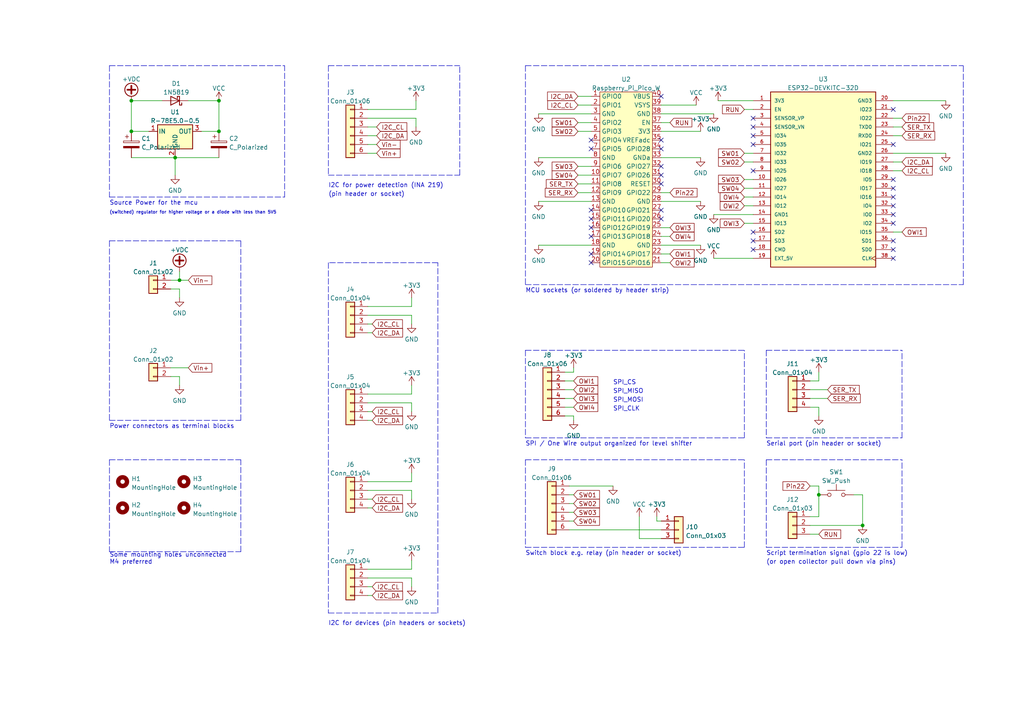
<source format=kicad_sch>
(kicad_sch (version 20211123) (generator eeschema)
  (paper "A4")
  (lib_symbols
    (symbol "Conn_01x02_1" (pin_names (offset 1.016) hide)
      (property "Reference" "J1" (at 0 4.9698 0))
      (property "Value" "Conn_01x02_1" (at 0 2.4329 0))
      (symbol "Conn_01x02_1_1_1"
        (rectangle (start -1.27 -2.413) (end 0 -2.667) (stroke (width 0.1524)))
        (rectangle (start -1.27 0.127) (end 0 -0.127) (stroke (width 0.1524)))
        (rectangle (start -1.27 1.27) (end 1.27 -3.81) (stroke (width 0.254)) (fill (type background)))
        (pin power_out line (at -5.08 0 0) (length 3.81) (name "Pin_1") (number "1"))
        (pin passive line (at -5.08 -2.54 0) (length 3.81) (name "Pin_2") (number "2"))
      )
    )
    (symbol "Connector_Generic:Conn_01x02" (pin_names (offset 1.016) hide)
      (property "Reference" "J" (at 0 2.54 0))
      (property "Value" "Conn_01x02" (at 0 -5.08 0))
      (symbol "Conn_01x02_1_1"
        (rectangle (start -1.27 -2.413) (end 0 -2.667) (stroke (width 0.1524)))
        (rectangle (start -1.27 0.127) (end 0 -0.127) (stroke (width 0.1524)))
        (rectangle (start -1.27 1.27) (end 1.27 -3.81) (stroke (width 0.254)) (fill (type background)))
        (pin passive line (at -5.08 0 0) (length 3.81) (name "Pin_1") (number "1"))
        (pin passive line (at -5.08 -2.54 0) (length 3.81) (name "Pin_2") (number "2"))
      )
    )
    (symbol "Connector_Generic:Conn_01x03" (pin_names (offset 1.016) hide)
      (property "Reference" "J" (at 0 5.08 0))
      (property "Value" "Conn_01x03" (at 0 -5.08 0))
      (symbol "Conn_01x03_1_1"
        (rectangle (start -1.27 -2.413) (end 0 -2.667) (stroke (width 0.1524)))
        (rectangle (start -1.27 0.127) (end 0 -0.127) (stroke (width 0.1524)))
        (rectangle (start -1.27 2.667) (end 0 2.413) (stroke (width 0.1524)))
        (rectangle (start -1.27 3.81) (end 1.27 -3.81) (stroke (width 0.254)) (fill (type background)))
        (pin passive line (at -5.08 2.54 0) (length 3.81) (name "Pin_1") (number "1"))
        (pin passive line (at -5.08 0 0) (length 3.81) (name "Pin_2") (number "2"))
        (pin passive line (at -5.08 -2.54 0) (length 3.81) (name "Pin_3") (number "3"))
      )
    )
    (symbol "Connector_Generic:Conn_01x04" (pin_names (offset 1.016) hide)
      (property "Reference" "J" (at 0 5.08 0))
      (property "Value" "Conn_01x04" (at 0 -7.62 0))
      (symbol "Conn_01x04_1_1"
        (rectangle (start -1.27 -4.953) (end 0 -5.207) (stroke (width 0.1524)))
        (rectangle (start -1.27 -2.413) (end 0 -2.667) (stroke (width 0.1524)))
        (rectangle (start -1.27 0.127) (end 0 -0.127) (stroke (width 0.1524)))
        (rectangle (start -1.27 2.667) (end 0 2.413) (stroke (width 0.1524)))
        (rectangle (start -1.27 3.81) (end 1.27 -6.35) (stroke (width 0.254)) (fill (type background)))
        (pin passive line (at -5.08 2.54 0) (length 3.81) (name "Pin_1") (number "1"))
        (pin passive line (at -5.08 0 0) (length 3.81) (name "Pin_2") (number "2"))
        (pin passive line (at -5.08 -2.54 0) (length 3.81) (name "Pin_3") (number "3"))
        (pin passive line (at -5.08 -5.08 0) (length 3.81) (name "Pin_4") (number "4"))
      )
    )
    (symbol "Connector_Generic:Conn_01x06" (pin_names (offset 1.016) hide)
      (property "Reference" "J" (at 0 7.62 0))
      (property "Value" "Conn_01x06" (at 0 -10.16 0))
      (symbol "Conn_01x06_1_1"
        (rectangle (start -1.27 -7.493) (end 0 -7.747) (stroke (width 0.1524)))
        (rectangle (start -1.27 -4.953) (end 0 -5.207) (stroke (width 0.1524)))
        (rectangle (start -1.27 -2.413) (end 0 -2.667) (stroke (width 0.1524)))
        (rectangle (start -1.27 0.127) (end 0 -0.127) (stroke (width 0.1524)))
        (rectangle (start -1.27 2.667) (end 0 2.413) (stroke (width 0.1524)))
        (rectangle (start -1.27 5.207) (end 0 4.953) (stroke (width 0.1524)))
        (rectangle (start -1.27 6.35) (end 1.27 -8.89) (stroke (width 0.254)) (fill (type background)))
        (pin passive line (at -5.08 5.08 0) (length 3.81) (name "Pin_1") (number "1"))
        (pin passive line (at -5.08 2.54 0) (length 3.81) (name "Pin_2") (number "2"))
        (pin passive line (at -5.08 0 0) (length 3.81) (name "Pin_3") (number "3"))
        (pin passive line (at -5.08 -2.54 0) (length 3.81) (name "Pin_4") (number "4"))
        (pin passive line (at -5.08 -5.08 0) (length 3.81) (name "Pin_5") (number "5"))
        (pin passive line (at -5.08 -7.62 0) (length 3.81) (name "Pin_6") (number "6"))
      )
    )
    (symbol "Device:C_Polarized" (pin_numbers hide) (pin_names (offset 0.254))
      (property "Reference" "C" (at 0.635 2.54 0))
      (property "Value" "C_Polarized" (at 0.635 -2.54 0))
      (symbol "C_Polarized_0_1"
        (rectangle (start -2.286 0.508) (end 2.286 1.016))
        (polyline (pts (xy -1.778 2.286) (xy -0.762 2.286)))
        (polyline (pts (xy -1.27 2.794) (xy -1.27 1.778)))
        (rectangle (start 2.286 -0.508) (end -2.286 -1.016) (fill (type outline)))
      )
      (symbol "C_Polarized_1_1"
        (pin passive line (at 0 3.81 270) (length 2.794) (name "~") (number "1"))
        (pin passive line (at 0 -3.81 90) (length 2.794) (name "~") (number "2"))
      )
    )
    (symbol "Diode:1N5819" (pin_numbers hide) (pin_names (offset 1.016) hide)
      (property "Reference" "D" (at 0 2.54 0))
      (property "Value" "1N5819" (at 0 -2.54 0))
      (symbol "1N5819_0_1"
        (polyline (pts (xy 1.27 0) (xy -1.27 0)))
        (polyline (pts (xy 1.27 1.27) (xy 1.27 -1.27) (xy -1.27 0) (xy 1.27 1.27)) (stroke (width 0.254)))
        (polyline (pts (xy -1.905 0.635) (xy -1.905 1.27) (xy -1.27 1.27) (xy -1.27 -1.27) (xy -0.635 -1.27) (xy -0.635 -0.635)) (stroke (width 0.254)))
      )
      (symbol "1N5819_1_1"
        (pin passive line (at -3.81 0 0) (length 2.54) (name "K") (number "1"))
        (pin passive line (at 3.81 0 180) (length 2.54) (name "A") (number "2"))
      )
    )
    (symbol "Mechanical:MountingHole" (pin_names (offset 1.016))
      (property "Reference" "H" (at 0 5.08 0))
      (property "Value" "MountingHole" (at 0 3.175 0))
      (symbol "MountingHole_0_1"
        (circle (center 0 0) (radius 1.27) (stroke (width 1.27)))
      )
    )
    (symbol "POElib:ESP32-DEVKITC-32D" (pin_names (offset 1.016))
      (property "Reference" "U" (at -15.2572 26.0643 0))
      (property "Value" "ESP32-DEVKITC-32D" (at -15.2563 -27.9698 0))
      (symbol "ESP32-DEVKITC-32D_0_0"
        (rectangle (start -15.24 -25.4) (end 15.24 25.4) (stroke (width 0.254)) (fill (type background)))
        (pin power_in line (at -20.32 22.86 0) (length 5.08) (name "3V3") (number "1"))
        (pin bidirectional line (at -20.32 0 0) (length 5.08) (name "IO26") (number "10"))
        (pin bidirectional line (at -20.32 -2.54 0) (length 5.08) (name "IO27") (number "11"))
        (pin bidirectional line (at -20.32 -5.08 0) (length 5.08) (name "IO14") (number "12"))
        (pin bidirectional line (at -20.32 -7.62 0) (length 5.08) (name "IO12") (number "13"))
        (pin power_in line (at -20.32 -10.16 0) (length 5.08) (name "GND1") (number "14"))
        (pin bidirectional line (at -20.32 -12.7 0) (length 5.08) (name "IO13") (number "15"))
        (pin bidirectional line (at -20.32 -15.24 0) (length 5.08) (name "SD2") (number "16"))
        (pin bidirectional line (at -20.32 -17.78 0) (length 5.08) (name "SD3") (number "17"))
        (pin bidirectional line (at -20.32 -20.32 0) (length 5.08) (name "CMD") (number "18"))
        (pin power_in line (at -20.32 -22.86 0) (length 5.08) (name "EXT_5V") (number "19"))
        (pin input line (at -20.32 20.32 0) (length 5.08) (name "EN") (number "2"))
        (pin power_in line (at 20.32 22.86 180) (length 5.08) (name "GND3") (number "20"))
        (pin bidirectional line (at 20.32 20.32 180) (length 5.08) (name "IO23") (number "21"))
        (pin bidirectional line (at 20.32 17.78 180) (length 5.08) (name "IO22") (number "22"))
        (pin output line (at 20.32 15.24 180) (length 5.08) (name "TXD0") (number "23"))
        (pin input line (at 20.32 12.7 180) (length 5.08) (name "RXD0") (number "24"))
        (pin bidirectional line (at 20.32 10.16 180) (length 5.08) (name "IO21") (number "25"))
        (pin power_in line (at 20.32 7.62 180) (length 5.08) (name "GND2") (number "26"))
        (pin bidirectional line (at 20.32 5.08 180) (length 5.08) (name "IO19") (number "27"))
        (pin bidirectional line (at 20.32 2.54 180) (length 5.08) (name "IO18") (number "28"))
        (pin bidirectional line (at 20.32 0 180) (length 5.08) (name "IO5") (number "29"))
        (pin input line (at -20.32 17.78 0) (length 5.08) (name "SENSOR_VP") (number "3"))
        (pin bidirectional line (at 20.32 -2.54 180) (length 5.08) (name "IO17") (number "30"))
        (pin bidirectional line (at 20.32 -5.08 180) (length 5.08) (name "IO16") (number "31"))
        (pin bidirectional line (at 20.32 -7.62 180) (length 5.08) (name "IO4") (number "32"))
        (pin bidirectional line (at 20.32 -10.16 180) (length 5.08) (name "IO0") (number "33"))
        (pin bidirectional line (at 20.32 -12.7 180) (length 5.08) (name "IO2") (number "34"))
        (pin bidirectional line (at 20.32 -15.24 180) (length 5.08) (name "IO15") (number "35"))
        (pin bidirectional line (at 20.32 -17.78 180) (length 5.08) (name "SD1") (number "36"))
        (pin bidirectional line (at 20.32 -20.32 180) (length 5.08) (name "SD0") (number "37"))
        (pin input clock (at 20.32 -22.86 180) (length 5.08) (name "CLK") (number "38"))
        (pin input line (at -20.32 15.24 0) (length 5.08) (name "SENSOR_VN") (number "4"))
        (pin bidirectional line (at -20.32 12.7 0) (length 5.08) (name "IO34") (number "5"))
        (pin bidirectional line (at -20.32 10.16 0) (length 5.08) (name "IO35") (number "6"))
        (pin bidirectional line (at -20.32 7.62 0) (length 5.08) (name "IO32") (number "7"))
        (pin bidirectional line (at -20.32 5.08 0) (length 5.08) (name "IO33") (number "8"))
        (pin bidirectional line (at -20.32 2.54 0) (length 5.08) (name "IO25") (number "9"))
      )
    )
    (symbol "POElib:Raspberry_Pi_Pico_W"
      (property "Reference" "U" (at -6.35 26.67 0))
      (property "Value" "Raspberry_Pi_Pico_W" (at 2.54 -26.67 0))
      (symbol "Raspberry_Pi_Pico_W_0_1"
        (rectangle (start -7.62 25.4) (end 7.62 -25.4) (stroke (width 0.1524)) (fill (type background)))
      )
      (symbol "Raspberry_Pi_Pico_W_1_1"
        (pin bidirectional line (at -10.16 24.13 0) (length 2.54) (name "GPIO0") (number "1"))
        (pin bidirectional line (at -10.16 1.27 0) (length 2.54) (name "GPIO7") (number "10"))
        (pin bidirectional line (at -10.16 -1.27 0) (length 2.54) (name "GPIO8") (number "11"))
        (pin bidirectional line (at -10.16 -3.81 0) (length 2.54) (name "GPIO9") (number "12"))
        (pin power_in line (at -10.16 -6.35 0) (length 2.54) (name "GND") (number "13"))
        (pin bidirectional line (at -10.16 -8.89 0) (length 2.54) (name "GPIO10") (number "14"))
        (pin bidirectional line (at -10.16 -11.43 0) (length 2.54) (name "GPIO11") (number "15"))
        (pin bidirectional line (at -10.16 -13.97 0) (length 2.54) (name "GPIO12") (number "16"))
        (pin bidirectional line (at -10.16 -16.51 0) (length 2.54) (name "GPIO13") (number "17"))
        (pin power_in line (at -10.16 -19.05 0) (length 2.54) (name "GND") (number "18"))
        (pin bidirectional line (at -10.16 -21.59 0) (length 2.54) (name "GPIO14") (number "19"))
        (pin bidirectional line (at -10.16 21.59 0) (length 2.54) (name "GPIO1") (number "2"))
        (pin bidirectional line (at -10.16 -24.13 0) (length 2.54) (name "GPIO15") (number "20"))
        (pin bidirectional line (at 10.16 -24.13 180) (length 2.54) (name "GPIO16") (number "21"))
        (pin bidirectional line (at 10.16 -21.59 180) (length 2.54) (name "GPIO17") (number "22"))
        (pin power_in line (at 10.16 -19.05 180) (length 2.54) (name "GND") (number "23"))
        (pin bidirectional line (at 10.16 -16.51 180) (length 2.54) (name "GPIO18") (number "24"))
        (pin bidirectional line (at 10.16 -13.97 180) (length 2.54) (name "GPIO19") (number "25"))
        (pin bidirectional line (at 10.16 -11.43 180) (length 2.54) (name "GPIO20") (number "26"))
        (pin bidirectional line (at 10.16 -8.89 180) (length 2.54) (name "GPIO21") (number "27"))
        (pin power_in line (at 10.16 -6.35 180) (length 2.54) (name "GND") (number "28"))
        (pin bidirectional line (at 10.16 -3.81 180) (length 2.54) (name "GPIO22") (number "29"))
        (pin power_in line (at -10.16 19.05 0) (length 2.54) (name "GND") (number "3"))
        (pin input line (at 10.16 -1.27 180) (length 2.54) (name "RESET") (number "30"))
        (pin bidirectional line (at 10.16 1.27 180) (length 2.54) (name "GPIO26") (number "31"))
        (pin bidirectional line (at 10.16 3.81 180) (length 2.54) (name "GPIO27") (number "32"))
        (pin input line (at 10.16 6.35 180) (length 2.54) (name "GNDa") (number "33"))
        (pin bidirectional line (at 10.16 8.89 180) (length 2.54) (name "GPIO28") (number "34"))
        (pin input line (at 10.16 11.43 180) (length 2.54) (name "VREFadc") (number "35"))
        (pin power_out line (at 10.16 13.97 180) (length 2.54) (name "3V3") (number "36"))
        (pin input line (at 10.16 16.51 180) (length 2.54) (name "EN") (number "37"))
        (pin power_out line (at 10.16 19.05 180) (length 2.54) (name "GND") (number "38"))
        (pin power_in line (at 10.16 21.59 180) (length 2.54) (name "VSYS") (number "39"))
        (pin bidirectional line (at -10.16 16.51 0) (length 2.54) (name "GPIO2") (number "4"))
        (pin power_out line (at 10.16 24.13 180) (length 2.54) (name "VBUS") (number "40"))
        (pin bidirectional line (at -10.16 13.97 0) (length 2.54) (name "GPIO3") (number "5"))
        (pin bidirectional line (at -10.16 11.43 0) (length 2.54) (name "GPIO4") (number "6"))
        (pin bidirectional line (at -10.16 8.89 0) (length 2.54) (name "GPIO5") (number "7"))
        (pin power_in line (at -10.16 6.35 0) (length 2.54) (name "GND") (number "8"))
        (pin bidirectional line (at -10.16 3.81 0) (length 2.54) (name "GPIO6") (number "9"))
      )
    )
    (symbol "Regulator_Switching:R-78E5.0-0.5" (pin_names (offset 0.254))
      (property "Reference" "U" (at -3.81 3.175 0))
      (property "Value" "R-78E5.0-0.5" (at 0 3.175 0))
      (symbol "R-78E5.0-0.5_0_1"
        (rectangle (start -5.08 1.905) (end 5.08 -5.08) (stroke (width 0.254)) (fill (type background)))
      )
      (symbol "R-78E5.0-0.5_1_1"
        (pin power_in line (at -7.62 0 0) (length 2.54) (name "IN") (number "1"))
        (pin power_in line (at 0 -7.62 90) (length 2.54) (name "GND") (number "2"))
        (pin power_out line (at 7.62 0 180) (length 2.54) (name "OUT") (number "3"))
      )
    )
    (symbol "Switch:SW_Push" (pin_numbers hide) (pin_names (offset 1.016) hide)
      (property "Reference" "SW" (at 1.27 2.54 0))
      (property "Value" "SW_Push" (at 0 -1.524 0))
      (symbol "SW_Push_0_1"
        (circle (center -2.032 0) (radius 0.508))
        (polyline (pts (xy 0 1.27) (xy 0 3.048)))
        (polyline (pts (xy 2.54 1.27) (xy -2.54 1.27)))
        (circle (center 2.032 0) (radius 0.508))
        (pin passive line (at -5.08 0 0) (length 2.54) (name "1") (number "1"))
        (pin passive line (at 5.08 0 180) (length 2.54) (name "2") (number "2"))
      )
    )
    (symbol "power:+3V3" (power) (pin_names (offset 0))
      (property "Value" "+3V3" (at 0 3.556 0))
      (symbol "+3V3_0_1"
        (polyline (pts (xy -0.762 1.27) (xy 0 2.54)))
        (polyline (pts (xy 0 0) (xy 0 2.54)))
        (polyline (pts (xy 0 2.54) (xy 0.762 1.27)))
      )
      (symbol "+3V3_1_1"
        (pin power_in line (at 0 0 90) (length 0) hide (name "+3V3") (number "1"))
      )
    )
    (symbol "power:+VDC" (power) (pin_names (offset 0))
      (property "Value" "+VDC" (at 0 6.35 0))
      (symbol "+VDC_0_1"
        (polyline (pts (xy -1.143 3.175) (xy 1.143 3.175)) (stroke (width 0.508)))
        (polyline (pts (xy 0 0) (xy 0 1.27)))
        (polyline (pts (xy 0 2.032) (xy 0 4.318)) (stroke (width 0.508)))
        (circle (center 0 3.175) (radius 1.905) (stroke (width 0.254)))
      )
      (symbol "+VDC_1_1"
        (pin power_in line (at 0 0 90) (length 0) hide (name "+VDC") (number "1"))
      )
    )
    (symbol "power:GND" (power) (pin_names (offset 0))
      (property "Value" "GND" (at 0 -3.81 0))
      (symbol "GND_0_1"
        (polyline (pts (xy 0 0) (xy 0 -1.27) (xy 1.27 -1.27) (xy 0 -2.54) (xy -1.27 -1.27) (xy 0 -1.27)))
      )
      (symbol "GND_1_1"
        (pin power_in line (at 0 0 270) (length 0) hide (name "GND") (number "1"))
      )
    )
    (symbol "power:VCC" (power) (pin_names (offset 0))
      (property "Value" "VCC" (at 0 3.81 0))
      (symbol "VCC_0_1"
        (polyline (pts (xy -0.762 1.27) (xy 0 2.54)))
        (polyline (pts (xy 0 0) (xy 0 2.54)))
        (polyline (pts (xy 0 2.54) (xy 0.762 1.27)))
      )
      (symbol "VCC_1_1"
        (pin power_in line (at 0 0 90) (length 0) hide (name "VCC") (number "1"))
      )
    )
  )
  (junction (at 38.1 29.21))
  (junction (at 63.5 29.21))
  (junction (at 63.5 38.1))
  (junction (at 52.07 81.28))
  (junction (at 38.1 38.1))
  (junction (at 237.49 143.51))
  (junction (at 50.8 45.72))
  (junction (at 250.19 152.4))
  (no_connect (at 259.08 59.69))
  (no_connect (at 171.45 63.5))
  (no_connect (at 259.08 72.39))
  (no_connect (at 259.08 62.23))
  (no_connect (at 259.08 74.93))
  (no_connect (at 218.44 49.53))
  (no_connect (at 191.77 27.94))
  (no_connect (at 218.44 67.31))
  (no_connect (at 191.77 63.5))
  (no_connect (at 218.44 72.39))
  (no_connect (at 218.44 36.83))
  (no_connect (at 191.77 48.26))
  (no_connect (at 171.45 40.64))
  (no_connect (at 259.08 54.61))
  (no_connect (at 218.44 69.85))
  (no_connect (at 259.08 41.91))
  (no_connect (at 171.45 43.18))
  (no_connect (at 191.77 43.18))
  (no_connect (at 218.44 34.29))
  (no_connect (at 191.77 60.96))
  (no_connect (at 171.45 73.66))
  (no_connect (at 259.08 52.07))
  (no_connect (at 191.77 50.8))
  (no_connect (at 191.77 40.64))
  (no_connect (at 259.08 31.75))
  (no_connect (at 218.44 39.37))
  (no_connect (at 259.08 69.85))
  (no_connect (at 171.45 68.58))
  (no_connect (at 171.45 60.96))
  (no_connect (at 218.44 41.91))
  (no_connect (at 171.45 66.04))
  (no_connect (at 191.77 53.34))
  (no_connect (at 259.08 64.77))
  (no_connect (at 259.08 57.15))
  (no_connect (at 171.45 76.2))
  (polyline (pts (xy 222.25 133.35) (xy 222.25 158.75)))
  (polyline (pts (xy 152.4 133.35) (xy 152.4 158.75)))
  (wire (pts (xy 163.83 107.95) (xy 166.37 107.95)))
  (wire (pts (xy 166.37 107.95) (xy 166.37 106.68)))
  (wire (pts (xy 106.68 39.37) (xy 109.22 39.37)))
  (wire (pts (xy 119.38 114.3) (xy 119.38 111.76)))
  (wire (pts (xy 49.53 81.28) (xy 52.07 81.28)))
  (polyline (pts (xy 31.75 69.85) (xy 31.75 121.92)))
  (wire (pts (xy 191.77 38.1) (xy 203.2 38.1)))
  (wire (pts (xy 259.08 29.21) (xy 274.32 29.21)))
  (polyline (pts (xy 133.35 50.8) (xy 133.35 19.05)))
  (wire (pts (xy 156.21 45.72) (xy 171.45 45.72)))
  (wire (pts (xy 106.68 31.75) (xy 120.65 31.75)))
  (polyline (pts (xy 31.75 121.92) (xy 69.85 121.92)))
  (wire (pts (xy 237.49 107.95) (xy 237.49 110.49)))
  (polyline (pts (xy 152.4 19.05) (xy 152.4 82.55)))
  (wire (pts (xy 106.68 142.24) (xy 119.38 142.24)))
  (polyline (pts (xy 222.25 133.35) (xy 261.62 133.35)))
  (wire (pts (xy 190.5 151.13) (xy 191.77 151.13)))
  (wire (pts (xy 191.77 58.42) (xy 203.2 58.42)))
  (wire (pts (xy 259.08 44.45) (xy 274.32 44.45)))
  (wire (pts (xy 106.68 34.29) (xy 120.65 34.29)))
  (polyline (pts (xy 222.25 101.6) (xy 261.62 101.6)))
  (wire (pts (xy 237.49 110.49) (xy 234.95 110.49)))
  (wire (pts (xy 237.49 140.97) (xy 237.49 143.51)))
  (wire (pts (xy 106.68 139.7) (xy 119.38 139.7)))
  (wire (pts (xy 215.9 31.75) (xy 218.44 31.75)))
  (polyline (pts (xy 95.25 76.2) (xy 95.25 177.8)))
  (wire (pts (xy 167.64 38.1) (xy 171.45 38.1)))
  (wire (pts (xy 165.1 151.13) (xy 166.37 151.13)))
  (wire (pts (xy 215.9 44.45) (xy 218.44 44.45)))
  (wire (pts (xy 167.64 55.88) (xy 171.45 55.88)))
  (wire (pts (xy 237.49 120.65) (xy 237.49 118.11)))
  (wire (pts (xy 156.21 33.02) (xy 171.45 33.02)))
  (wire (pts (xy 119.38 139.7) (xy 119.38 137.16)))
  (polyline (pts (xy 152.4 127) (xy 215.9 127)))
  (polyline (pts (xy 31.75 133.35) (xy 69.85 133.35)))
  (wire (pts (xy 208.28 29.21) (xy 218.44 29.21)))
  (wire (pts (xy 52.07 109.22) (xy 52.07 111.76)))
  (wire (pts (xy 119.38 167.64) (xy 119.38 170.18)))
  (wire (pts (xy 259.08 34.29) (xy 261.62 34.29)))
  (wire (pts (xy 163.83 113.03) (xy 166.37 113.03)))
  (wire (pts (xy 119.38 165.1) (xy 119.38 162.56)))
  (polyline (pts (xy 152.4 82.55) (xy 279.4 82.55)))
  (wire (pts (xy 49.53 83.82) (xy 52.07 83.82)))
  (polyline (pts (xy 95.25 19.05) (xy 95.25 50.8)))
  (wire (pts (xy 234.95 154.94) (xy 237.49 154.94)))
  (wire (pts (xy 207.01 74.93) (xy 218.44 74.93)))
  (wire (pts (xy 191.77 33.02) (xy 207.01 33.02)))
  (wire (pts (xy 120.65 34.29) (xy 120.65 36.83)))
  (polyline (pts (xy 82.55 57.15) (xy 82.55 19.05)))
  (polyline (pts (xy 31.75 57.15) (xy 82.55 57.15)) (stroke (width 0) (type dash)))
  (wire (pts (xy 191.77 68.58) (xy 194.31 68.58)))
  (wire (pts (xy 234.95 113.03) (xy 240.03 113.03)))
  (wire (pts (xy 167.64 50.8) (xy 171.45 50.8)))
  (wire (pts (xy 106.68 172.72) (xy 107.95 172.72)))
  (wire (pts (xy 50.8 45.72) (xy 63.5 45.72)))
  (polyline (pts (xy 31.75 133.35) (xy 31.75 160.02)))
  (wire (pts (xy 191.77 45.72) (xy 203.2 45.72)))
  (wire (pts (xy 106.68 167.64) (xy 119.38 167.64)))
  (wire (pts (xy 106.68 93.98) (xy 107.95 93.98)))
  (wire (pts (xy 106.68 41.91) (xy 109.22 41.91)))
  (wire (pts (xy 106.68 119.38) (xy 107.95 119.38)))
  (wire (pts (xy 237.49 118.11) (xy 234.95 118.11)))
  (wire (pts (xy 163.83 115.57) (xy 166.37 115.57)))
  (wire (pts (xy 38.1 45.72) (xy 50.8 45.72)))
  (wire (pts (xy 106.68 91.44) (xy 119.38 91.44)))
  (polyline (pts (xy 215.9 127) (xy 215.9 101.6)))
  (wire (pts (xy 106.68 36.83) (xy 109.22 36.83)))
  (wire (pts (xy 106.68 170.18) (xy 107.95 170.18)))
  (wire (pts (xy 185.42 156.21) (xy 191.77 156.21)))
  (polyline (pts (xy 222.25 158.75) (xy 261.62 158.75)))
  (wire (pts (xy 215.9 57.15) (xy 218.44 57.15)))
  (wire (pts (xy 215.9 46.99) (xy 218.44 46.99)))
  (wire (pts (xy 163.83 120.65) (xy 166.37 120.65)))
  (polyline (pts (xy 95.25 177.8) (xy 127 177.8)))
  (wire (pts (xy 49.53 109.22) (xy 52.07 109.22)))
  (wire (pts (xy 52.07 83.82) (xy 52.07 86.36)))
  (wire (pts (xy 237.49 140.97) (xy 234.95 140.97)))
  (wire (pts (xy 259.08 46.99) (xy 261.62 46.99)))
  (wire (pts (xy 215.9 59.69) (xy 218.44 59.69)))
  (polyline (pts (xy 222.25 127) (xy 261.62 127)))
  (polyline (pts (xy 127 76.2) (xy 95.25 76.2)))
  (polyline (pts (xy 69.85 121.92) (xy 69.85 69.85)))
  (wire (pts (xy 106.68 88.9) (xy 119.38 88.9)))
  (wire (pts (xy 163.83 110.49) (xy 166.37 110.49)))
  (wire (pts (xy 191.77 73.66) (xy 194.31 73.66)))
  (wire (pts (xy 165.1 148.59) (xy 166.37 148.59)))
  (wire (pts (xy 237.49 149.86) (xy 237.49 143.51)))
  (wire (pts (xy 215.9 64.77) (xy 218.44 64.77)))
  (wire (pts (xy 191.77 35.56) (xy 194.31 35.56)))
  (wire (pts (xy 167.64 48.26) (xy 171.45 48.26)))
  (wire (pts (xy 165.1 146.05) (xy 166.37 146.05)))
  (wire (pts (xy 58.42 38.1) (xy 63.5 38.1)))
  (wire (pts (xy 38.1 29.21) (xy 46.99 29.21)))
  (wire (pts (xy 106.68 121.92) (xy 107.95 121.92)))
  (wire (pts (xy 166.37 120.65) (xy 166.37 121.92)))
  (wire (pts (xy 190.5 149.86) (xy 190.5 151.13)))
  (wire (pts (xy 191.77 76.2) (xy 194.31 76.2)))
  (polyline (pts (xy 279.4 82.55) (xy 279.4 19.05)))
  (wire (pts (xy 52.07 81.28) (xy 54.61 81.28)))
  (wire (pts (xy 52.07 78.74) (xy 52.07 81.28)))
  (wire (pts (xy 38.1 29.21) (xy 38.1 38.1)))
  (polyline (pts (xy 95.25 19.05) (xy 133.35 19.05)))
  (wire (pts (xy 163.83 118.11) (xy 166.37 118.11)))
  (wire (pts (xy 119.38 142.24) (xy 119.38 144.78)))
  (wire (pts (xy 165.1 153.67) (xy 191.77 153.67)))
  (wire (pts (xy 106.68 114.3) (xy 119.38 114.3)))
  (polyline (pts (xy 31.75 19.05) (xy 31.75 57.15)))
  (wire (pts (xy 250.19 143.51) (xy 250.19 152.4)))
  (wire (pts (xy 106.68 44.45) (xy 109.22 44.45)))
  (polyline (pts (xy 152.4 101.6) (xy 152.4 127)))
  (wire (pts (xy 156.21 71.12) (xy 171.45 71.12)))
  (wire (pts (xy 191.77 71.12) (xy 203.2 71.12)))
  (wire (pts (xy 234.95 115.57) (xy 240.03 115.57)))
  (polyline (pts (xy 152.4 19.05) (xy 279.4 19.05)))
  (wire (pts (xy 259.08 49.53) (xy 261.62 49.53)))
  (polyline (pts (xy 31.75 160.02) (xy 69.85 160.02)))
  (wire (pts (xy 215.9 54.61) (xy 218.44 54.61)))
  (wire (pts (xy 259.08 36.83) (xy 261.62 36.83)))
  (wire (pts (xy 106.68 96.52) (xy 107.95 96.52)))
  (wire (pts (xy 106.68 144.78) (xy 107.95 144.78)))
  (polyline (pts (xy 69.85 160.02) (xy 69.85 133.35)))
  (polyline (pts (xy 31.75 19.05) (xy 82.55 19.05)))
  (wire (pts (xy 207.01 62.23) (xy 218.44 62.23)))
  (wire (pts (xy 247.65 143.51) (xy 250.19 143.51)))
  (wire (pts (xy 185.42 149.86) (xy 185.42 156.21)))
  (wire (pts (xy 63.5 29.21) (xy 63.5 38.1)))
  (polyline (pts (xy 152.4 158.75) (xy 215.9 158.75)))
  (wire (pts (xy 215.9 52.07) (xy 218.44 52.07)))
  (wire (pts (xy 156.21 58.42) (xy 171.45 58.42)))
  (wire (pts (xy 167.64 30.48) (xy 171.45 30.48)))
  (wire (pts (xy 167.64 35.56) (xy 171.45 35.56)))
  (wire (pts (xy 167.64 53.34) (xy 171.45 53.34)))
  (polyline (pts (xy 222.25 101.6) (xy 222.25 127)))
  (polyline (pts (xy 95.25 50.8) (xy 133.35 50.8)))
  (wire (pts (xy 191.77 66.04) (xy 194.31 66.04)))
  (wire (pts (xy 259.08 67.31) (xy 261.62 67.31)))
  (wire (pts (xy 191.77 55.88) (xy 194.31 55.88)))
  (wire (pts (xy 38.1 38.1) (xy 43.18 38.1)))
  (wire (pts (xy 191.77 30.48) (xy 201.93 30.48)))
  (wire (pts (xy 49.53 106.68) (xy 54.61 106.68)))
  (wire (pts (xy 119.38 116.84) (xy 119.38 119.38)))
  (polyline (pts (xy 152.4 133.35) (xy 215.9 133.35)))
  (polyline (pts (xy 127 177.8) (xy 127 76.2)))
  (polyline (pts (xy 215.9 158.75) (xy 215.9 133.35)))
  (wire (pts (xy 165.1 143.51) (xy 166.37 143.51)))
  (wire (pts (xy 167.64 27.94) (xy 171.45 27.94)))
  (polyline (pts (xy 31.75 69.85) (xy 69.85 69.85)))
  (polyline (pts (xy 261.62 158.75) (xy 261.62 133.35)))
  (wire (pts (xy 165.1 140.97) (xy 177.8 140.97)))
  (wire (pts (xy 234.95 152.4) (xy 250.19 152.4)))
  (wire (pts (xy 54.61 29.21) (xy 63.5 29.21)))
  (wire (pts (xy 106.68 147.32) (xy 107.95 147.32)))
  (wire (pts (xy 120.65 31.75) (xy 120.65 29.21)))
  (wire (pts (xy 106.68 116.84) (xy 119.38 116.84)))
  (wire (pts (xy 119.38 91.44) (xy 119.38 93.98)))
  (wire (pts (xy 119.38 88.9) (xy 119.38 86.36)))
  (wire (pts (xy 50.8 45.72) (xy 50.8 50.8)))
  (wire (pts (xy 106.68 165.1) (xy 119.38 165.1)))
  (polyline (pts (xy 261.62 127) (xy 261.62 101.6)))
  (polyline (pts (xy 152.4 101.6) (xy 215.9 101.6)))
  (wire (pts (xy 259.08 39.37) (xy 261.62 39.37)))
  (wire (pts (xy 234.95 149.86) (xy 237.49 149.86)))
  (text "MCU sockets (or soldered by header strip)" (at 152.4 85.09 0) (effects (font (size 1.27 1.27)) (justify left bottom)))
  (text "SPI_CS" (at 177.8 111.76 0) (effects (font (size 1.27 1.27)) (justify left bottom)))
  (text "SPI_MOSI" (at 177.8 116.84 0) (effects (font (size 1.27 1.27)) (justify left bottom)))
  (text "(or open collector pull down via pins)" (at 222.25 163.83 0) (effects (font (size 1.27 1.27)) (justify left bottom)))
  (text "I2C for devices (pin headers or sockets)" (at 95.25 181.61 0) (effects (font (size 1.27 1.27)) (justify left bottom)))
  (text "Script termination signal (gpio 22 is low)" (at 222.25 161.29 0) (effects (font (size 1.27 1.27)) (justify left bottom)))
  (text "Serial port (pin header or socket)" (at 222.25 129.54 0) (effects (font (size 1.27 1.27)) (justify left bottom)))
  (text "Power connectors as terminal blocks" (at 31.75 124.46 0) (effects (font (size 1.27 1.27)) (justify left bottom)))
  (text "Some mounting holes unconnected\nM4 preferred" (at 31.75 163.83 0) (effects (font (size 1.27 1.27)) (justify left bottom)))
  (text "I2C for power detection (INA 219)" (at 95.25 54.61 0) (effects (font (size 1.27 1.27)) (justify left bottom)))
  (text "Source Power for the mcu " (at 31.75 59.69 0) (effects (font (size 1.27 1.27)) (justify left bottom)))
  (text "Switch block e.g. relay (pin header or socket)" (at 152.4 161.29 0) (effects (font (size 1.27 1.27)) (justify left bottom)))
  (text "(pin header or socket)" (at 95.25 57.15 0) (effects (font (size 1.27 1.27)) (justify left bottom)))
  (text "SPI_MISO" (at 177.8 114.3 0) (effects (font (size 1.27 1.27)) (justify left bottom)))
  (text "(switched) regulator for higher voltage or a diode with less than 5V5" (at 31.75 62.23 0) (effects (font (size 0.9 0.9)) (justify left bottom)))
  (text "SPI_CLK" (at 177.8 119.38 0) (effects (font (size 1.27 1.27)) (justify left bottom)))
  (text "SPI / One Wire output organized for level shifter" (at 152.4 129.54 0) (effects (font (size 1.27 1.27)) (justify left bottom)))
  (global_label "I2C_DA" (shape input) (at 109.22 39.37 0) (property "Intersheet References" "${INTERSHEET_REFS}" (effects hide)))
  (global_label "SW03" (shape input) (at 167.64 48.26 180) (property "Intersheet References" "${INTERSHEET_REFS}" (effects hide)))
  (global_label "I2C_CL" (shape input) (at 107.95 170.18 0) (property "Intersheet References" "${INTERSHEET_REFS}" (effects hide)))
  (global_label "OWI3" (shape input) (at 194.31 66.04 0) (property "Intersheet References" "${INTERSHEET_REFS}" (effects hide)))
  (global_label "SW02" (shape input) (at 215.9 46.99 180) (property "Intersheet References" "${INTERSHEET_REFS}" (effects hide)))
  (global_label "OWI1" (shape input) (at 261.62 67.31 0) (property "Intersheet References" "${INTERSHEET_REFS}" (effects hide)))
  (global_label "OWI4" (shape input) (at 166.37 118.11 0) (property "Intersheet References" "${INTERSHEET_REFS}" (effects hide)))
  (global_label "SW04" (shape input) (at 215.9 54.61 180) (property "Intersheet References" "${INTERSHEET_REFS}" (effects hide)))
  (global_label "SW03" (shape input) (at 215.9 52.07 180) (property "Intersheet References" "${INTERSHEET_REFS}" (effects hide)))
  (global_label "RUN" (shape input) (at 237.49 154.94 0) (property "Intersheet References" "${INTERSHEET_REFS}" (effects hide)))
  (global_label "OWI2" (shape input) (at 215.9 59.69 180) (property "Intersheet References" "${INTERSHEET_REFS}" (effects hide)))
  (global_label "OWI2" (shape input) (at 166.37 113.03 0) (property "Intersheet References" "${INTERSHEET_REFS}" (effects hide)))
  (global_label "I2C_CL" (shape input) (at 109.22 36.83 0) (property "Intersheet References" "${INTERSHEET_REFS}" (effects hide)))
  (global_label "SER_TX" (shape input) (at 167.64 53.34 180) (property "Intersheet References" "${INTERSHEET_REFS}" (effects hide)))
  (global_label "OWI4" (shape input) (at 215.9 57.15 180) (property "Intersheet References" "${INTERSHEET_REFS}" (effects hide)))
  (global_label "RUN" (shape input) (at 194.31 35.56 0) (property "Intersheet References" "${INTERSHEET_REFS}" (effects hide)))
  (global_label "SER_RX" (shape input) (at 240.03 115.57 0) (property "Intersheet References" "${INTERSHEET_REFS}" (effects hide)))
  (global_label "I2C_CL" (shape input) (at 167.64 30.48 180) (property "Intersheet References" "${INTERSHEET_REFS}" (effects hide)))
  (global_label "SW01" (shape input) (at 167.64 35.56 180) (property "Intersheet References" "${INTERSHEET_REFS}" (effects hide)))
  (global_label "Vin+" (shape input) (at 54.61 106.68 0) (property "Intersheet References" "${INTERSHEET_REFS}" (effects hide)))
  (global_label "Pin22" (shape input) (at 261.62 34.29 0) (property "Intersheet References" "${INTERSHEET_REFS}" (effects hide)))
  (global_label "OWI3" (shape input) (at 215.9 64.77 180) (property "Intersheet References" "${INTERSHEET_REFS}" (effects hide)))
  (global_label "I2C_CL" (shape input) (at 107.95 93.98 0) (property "Intersheet References" "${INTERSHEET_REFS}" (effects hide)))
  (global_label "OWI2" (shape input) (at 194.31 76.2 0) (property "Intersheet References" "${INTERSHEET_REFS}" (effects hide)))
  (global_label "Pin22" (shape input) (at 194.31 55.88 0) (property "Intersheet References" "${INTERSHEET_REFS}" (effects hide)))
  (global_label "SER_RX" (shape input) (at 167.64 55.88 180) (property "Intersheet References" "${INTERSHEET_REFS}" (effects hide)))
  (global_label "I2C_DA" (shape input) (at 107.95 121.92 0) (property "Intersheet References" "${INTERSHEET_REFS}" (effects hide)))
  (global_label "SER_TX" (shape input) (at 261.62 36.83 0) (property "Intersheet References" "${INTERSHEET_REFS}" (effects hide)))
  (global_label "SW01" (shape input) (at 166.37 143.51 0) (property "Intersheet References" "${INTERSHEET_REFS}" (effects hide)))
  (global_label "Vin-" (shape input) (at 109.22 41.91 0) (property "Intersheet References" "${INTERSHEET_REFS}" (effects hide)))
  (global_label "SW03" (shape input) (at 166.37 148.59 0) (property "Intersheet References" "${INTERSHEET_REFS}" (effects hide)))
  (global_label "OWI1" (shape input) (at 166.37 110.49 0) (property "Intersheet References" "${INTERSHEET_REFS}" (effects hide)))
  (global_label "RUN" (shape input) (at 215.9 31.75 180) (property "Intersheet References" "${INTERSHEET_REFS}" (effects hide)))
  (global_label "SER_TX" (shape input) (at 240.03 113.03 0) (property "Intersheet References" "${INTERSHEET_REFS}" (effects hide)))
  (global_label "OWI3" (shape input) (at 166.37 115.57 0) (property "Intersheet References" "${INTERSHEET_REFS}" (effects hide)))
  (global_label "SW04" (shape input) (at 166.37 151.13 0) (property "Intersheet References" "${INTERSHEET_REFS}" (effects hide)))
  (global_label "I2C_DA" (shape input) (at 107.95 172.72 0) (property "Intersheet References" "${INTERSHEET_REFS}" (effects hide)))
  (global_label "I2C_DA" (shape input) (at 107.95 147.32 0) (property "Intersheet References" "${INTERSHEET_REFS}" (effects hide)))
  (global_label "I2C_DA" (shape input) (at 261.62 46.99 0) (property "Intersheet References" "${INTERSHEET_REFS}" (effects hide)))
  (global_label "I2C_CL" (shape input) (at 107.95 119.38 0) (property "Intersheet References" "${INTERSHEET_REFS}" (effects hide)))
  (global_label "Vin+" (shape input) (at 109.22 44.45 0) (property "Intersheet References" "${INTERSHEET_REFS}" (effects hide)))
  (global_label "SW04" (shape input) (at 167.64 50.8 180) (property "Intersheet References" "${INTERSHEET_REFS}" (effects hide)))
  (global_label "I2C_DA" (shape input) (at 167.64 27.94 180) (property "Intersheet References" "${INTERSHEET_REFS}" (effects hide)))
  (global_label "I2C_DA" (shape input) (at 107.95 96.52 0) (property "Intersheet References" "${INTERSHEET_REFS}" (effects hide)))
  (global_label "I2C_CL" (shape input) (at 107.95 144.78 0) (property "Intersheet References" "${INTERSHEET_REFS}" (effects hide)))
  (global_label "SER_RX" (shape input) (at 261.62 39.37 0) (property "Intersheet References" "${INTERSHEET_REFS}" (effects hide)))
  (global_label "OWI1" (shape input) (at 194.31 73.66 0) (property "Intersheet References" "${INTERSHEET_REFS}" (effects hide)))
  (global_label "Vin-" (shape input) (at 54.61 81.28 0) (property "Intersheet References" "${INTERSHEET_REFS}" (effects hide)))
  (global_label "SW02" (shape input) (at 167.64 38.1 180) (property "Intersheet References" "${INTERSHEET_REFS}" (effects hide)))
  (global_label "SW02" (shape input) (at 166.37 146.05 0) (property "Intersheet References" "${INTERSHEET_REFS}" (effects hide)))
  (global_label "Pin22" (shape input) (at 234.95 140.97 180) (property "Intersheet References" "${INTERSHEET_REFS}" (effects hide)))
  (global_label "I2C_CL" (shape input) (at 261.62 49.53 0) (property "Intersheet References" "${INTERSHEET_REFS}" (effects hide)))
  (global_label "SW01" (shape input) (at 215.9 44.45 180) (property "Intersheet References" "${INTERSHEET_REFS}" (effects hide)))
  (global_label "OWI4" (shape input) (at 194.31 68.58 0) (property "Intersheet References" "${INTERSHEET_REFS}" (effects hide)))
  (symbol (lib_id "power:GND") (at 119.38 144.78 0) (unit 1)
    (property "Reference" "#PWR012" (effects hide))
    (property "Value" "GND" (at 119.38 149.2234 0))
  )
  (symbol (lib_id "power:GND") (at 203.2 71.12 0) (unit 1)
    (property "Reference" "#PWR030" (effects hide))
    (property "Value" "GND" (at 203.2 75.5634 0))
  )
  (symbol (lib_id "power:+3V3") (at 166.37 106.68 0) (unit 1)
    (property "Reference" "#PWR021" (effects hide))
    (property "Value" "+3V3" (at 166.37 103.1042 0))
  )
  (symbol (lib_id "Mechanical:MountingHole") (at 53.34 147.32 0) (unit 1)
    (property "Reference" "H4" (at 55.88 146.4853 0) (effects (justify left)))
    (property "Value" "MountingHole" (at 55.88 149.0222 0) (effects (justify left)))
    (property "Footprint" "MountingHole:MountingHole_4.3mm_M4" (effects hide))
  )
  (symbol (lib_id "Connector_Generic:Conn_01x04") (at 101.6 116.84 0) (mirror y) (unit 1)
    (property "Reference" "J5" (at 101.6 109.3302 0))
    (property "Value" "Conn_01x04" (at 101.6 111.8671 0))
    (property "Footprint" "Connector_PinSocket_2.54mm:PinSocket_1x04_P2.54mm_Vertical" (effects hide))
  )
  (symbol (lib_id "Mechanical:MountingHole") (at 53.34 139.7 0) (unit 1)
    (property "Reference" "H3" (at 55.88 138.8653 0) (effects (justify left)))
    (property "Value" "MountingHole" (at 55.88 141.4022 0) (effects (justify left)))
    (property "Footprint" "MountingHole:MountingHole_4.3mm_M4" (effects hide))
  )
  (symbol (lib_id "power:GND") (at 119.38 119.38 0) (unit 1)
    (property "Reference" "#PWR010" (effects hide))
    (property "Value" "GND" (at 119.38 123.8234 0))
  )
  (symbol (lib_id "power:GND") (at 50.8 50.8 0) (unit 1)
    (property "Reference" "#PWR02" (effects hide))
    (property "Value" "GND" (at 50.8 55.2434 0))
  )
  (symbol (lib_id "power:+3V3") (at 119.38 137.16 0) (unit 1)
    (property "Reference" "#PWR011" (effects hide))
    (property "Value" "+3V3" (at 119.38 133.5842 0))
  )
  (symbol (lib_id "power:GND") (at 207.01 33.02 0) (unit 1)
    (property "Reference" "#PWR031" (effects hide))
    (property "Value" "GND" (at 207.01 37.4634 0))
  )
  (symbol (lib_id "Connector_Generic:Conn_01x04") (at 229.87 113.03 0) (mirror y) (unit 1)
    (property "Reference" "J11" (at 229.87 105.5202 0))
    (property "Value" "Conn_01x04" (at 229.87 108.0571 0))
    (property "Footprint" "Connector_PinSocket_2.54mm:PinSocket_1x04_P2.54mm_Vertical" (effects hide))
  )
  (symbol (lib_id "power:GND") (at 52.07 111.76 0) (unit 1)
    (property "Reference" "#PWR05" (effects hide))
    (property "Value" "GND" (at 52.07 116.2034 0))
  )
  (symbol (lib_id "Connector_Generic:Conn_01x02") (at 44.45 106.68 0) (mirror y) (unit 1)
    (property "Reference" "J2" (at 44.45 101.7102 0))
    (property "Value" "Conn_01x02" (at 44.45 104.2471 0))
    (property "Footprint" "TerminalBlock_Phoenix:TerminalBlock_Phoenix_MKDS-1,5-2-5.08_1x02_P5.08mm_Horizontal" (effects hide))
  )
  (symbol (lib_id "power:+3V3") (at 120.65 29.21 0) (unit 1)
    (property "Reference" "#PWR015" (effects hide))
    (property "Value" "+3V3" (at 120.65 25.6342 0))
  )
  (symbol (lib_id "power:+3V3") (at 119.38 111.76 0) (unit 1)
    (property "Reference" "#PWR09" (effects hide))
    (property "Value" "+3V3" (at 119.38 108.1842 0))
  )
  (symbol (lib_id "Mechanical:MountingHole") (at 35.56 147.32 0) (unit 1)
    (property "Reference" "H2" (at 38.1 146.4853 0) (effects (justify left)))
    (property "Value" "MountingHole" (at 38.1 149.0222 0) (effects (justify left)))
    (property "Footprint" "MountingHole:MountingHole_4.3mm_M4" (effects hide))
  )
  (symbol (lib_id "power:GND") (at 156.21 58.42 0) (unit 1)
    (property "Reference" "#PWR019" (effects hide))
    (property "Value" "GND" (at 156.21 62.8634 0))
  )
  (symbol (lib_id "power:+VDC") (at 38.1 29.21 0) (unit 1)
    (property "Reference" "#PWR01" (effects hide))
    (property "Value" "+VDC" (at 38.1 22.9672 0))
  )
  (symbol (lib_id "Regulator_Switching:R-78E5.0-0.5") (at 50.8 38.1 0) (unit 1)
    (property "Reference" "U1" (at 50.8 32.4952 0))
    (property "Value" "R-78E5.0-0.5" (at 50.8 35.0321 0))
    (property "Footprint" "Converter_DCDC:Converter_DCDC_RECOM_R-78E-0.5_THT" (effects hide))
    (property "Datasheet" "https://www.recom-power.com/pdf/Innoline/R-78Exx-0.5.pdf" (effects hide))
  )
  (symbol (lib_id "power:GND") (at 274.32 44.45 0) (unit 1)
    (property "Reference" "#PWR039" (effects hide))
    (property "Value" "GND" (at 274.32 48.8934 0))
  )
  (symbol (lib_id "power:+3V3") (at 203.2 38.1 0) (unit 1)
    (property "Reference" "#PWR027" (effects hide))
    (property "Value" "+3V3" (at 203.2 34.5242 0))
  )
  (symbol (lib_id "power:GND") (at 250.19 152.4 0) (unit 1)
    (property "Reference" "#PWR037" (effects hide))
    (property "Value" "GND" (at 250.19 156.8434 0))
  )
  (symbol (lib_id "power:GND") (at 237.49 120.65 0) (unit 1)
    (property "Reference" "#PWR036" (effects hide))
    (property "Value" "GND" (at 237.49 125.0934 0))
  )
  (symbol (lib_id "power:GND") (at 119.38 170.18 0) (unit 1)
    (property "Reference" "#PWR014" (effects hide))
    (property "Value" "GND" (at 119.38 174.6234 0))
  )
  (symbol (lib_id "power:+VDC") (at 52.07 78.74 0) (unit 1)
    (property "Reference" "#PWR03" (effects hide))
    (property "Value" "+VDC" (at 52.07 72.4972 0))
  )
  (symbol (lib_id "Mechanical:MountingHole") (at 35.56 139.7 0) (unit 1)
    (property "Reference" "H1" (at 38.1 138.8653 0) (effects (justify left)))
    (property "Value" "MountingHole" (at 38.1 141.4022 0) (effects (justify left)))
    (property "Footprint" "MountingHole:MountingHole_4.3mm_M4" (effects hide))
  )
  (symbol (lib_id "power:+3V3") (at 208.28 29.21 0) (unit 1)
    (property "Reference" "#PWR034" (effects hide))
    (property "Value" "+3V3" (at 208.28 25.6342 0))
  )
  (symbol (lib_id "Connector_Generic:Conn_01x03") (at 229.87 152.4 0) (mirror y) (unit 1)
    (property "Reference" "J12" (at 229.87 144.8902 0))
    (property "Value" "Conn_01x03" (at 229.87 147.4271 0))
    (property "Footprint" "Connector_PinSocket_2.54mm:PinSocket_1x03_P2.54mm_Vertical" (effects hide))
  )
  (symbol (lib_id "power:GND") (at 177.8 140.97 0) (unit 1)
    (property "Reference" "#PWR023" (effects hide))
    (property "Value" "GND" (at 177.8 145.4134 0))
  )
  (symbol (lib_id "Device:C_Polarized") (at 38.1 41.91 0) (unit 1)
    (property "Reference" "C1" (at 41.021 40.1863 0) (effects (justify left)))
    (property "Value" "C_Polarized" (at 41.021 42.7232 0) (effects (justify left)))
    (property "Footprint" "Capacitor_THT:CP_Radial_D10.0mm_P2.50mm_P5.00mm" (effects hide))
  )
  (symbol (lib_id "power:VCC") (at 185.42 149.86 0) (unit 1)
    (property "Reference" "#PWR024" (effects hide))
    (property "Value" "VCC" (at 185.42 146.2842 0))
  )
  (symbol (lib_id "power:GND") (at 156.21 45.72 0) (unit 1)
    (property "Reference" "#PWR018" (effects hide))
    (property "Value" "GND" (at 156.21 50.1634 0))
  )
  (symbol (lib_id "Connector_Generic:Conn_01x03") (at 196.85 153.67 0) (unit 1)
    (property "Reference" "J10" (at 198.882 152.8353 0) (effects (justify left)))
    (property "Value" "Conn_01x03" (at 198.882 155.3722 0) (effects (justify left)))
    (property "Footprint" "Connector_PinSocket_2.54mm:PinSocket_1x03_P2.54mm_Vertical" (effects hide))
  )
  (symbol (lib_id "Connector_Generic:Conn_01x04") (at 101.6 167.64 0) (mirror y) (unit 1)
    (property "Reference" "J7" (at 101.6 160.1302 0))
    (property "Value" "Conn_01x04" (at 101.6 162.6671 0))
    (property "Footprint" "Connector_PinSocket_2.54mm:PinSocket_1x04_P2.54mm_Vertical" (effects hide))
  )
  (symbol (lib_id "power:GND") (at 203.2 58.42 0) (unit 1)
    (property "Reference" "#PWR029" (effects hide))
    (property "Value" "GND" (at 203.2 62.8634 0))
  )
  (symbol (lib_id "power:GND") (at 52.07 86.36 0) (unit 1)
    (property "Reference" "#PWR04" (effects hide))
    (property "Value" "GND" (at 52.07 90.8034 0))
  )
  (symbol (lib_id "Device:C_Polarized") (at 63.5 41.91 0) (unit 1)
    (property "Reference" "C2" (at 66.421 40.1863 0) (effects (justify left)))
    (property "Value" "C_Polarized" (at 66.421 42.7232 0) (effects (justify left)))
    (property "Footprint" "Capacitor_THT:CP_Radial_D10.0mm_P2.50mm_P5.00mm" (effects hide))
  )
  (symbol (lib_id "power:GND") (at 156.21 71.12 0) (unit 1)
    (property "Reference" "#PWR020" (effects hide))
    (property "Value" "GND" (at 156.21 75.5634 0))
  )
  (symbol (lib_id "power:GND") (at 203.2 45.72 0) (unit 1)
    (property "Reference" "#PWR028" (effects hide))
    (property "Value" "GND" (at 203.2 50.1634 0))
  )
  (symbol (lib_id "power:GND") (at 274.32 29.21 0) (unit 1)
    (property "Reference" "#PWR038" (effects hide))
    (property "Value" "GND" (at 274.32 33.6534 0))
  )
  (symbol (lib_id "power:GND") (at 120.65 36.83 0) (unit 1)
    (property "Reference" "#PWR016" (effects hide))
    (property "Value" "GND" (at 120.65 41.2734 0))
  )
  (symbol (lib_id "Switch:SW_Push") (at 242.57 143.51 0) (unit 1)
    (property "Reference" "SW1" (at 242.57 136.8892 0))
    (property "Value" "SW_Push" (at 242.57 139.4261 0))
    (property "Footprint" "Button_Switch_THT:SW_PUSH_6mm_H5mm" (effects hide))
  )
  (symbol (lib_id "power:+3V3") (at 119.38 86.36 0) (unit 1)
    (property "Reference" "#PWR07" (effects hide))
    (property "Value" "+3V3" (at 119.38 82.7842 0))
  )
  (symbol (lib_id "Connector_Generic:Conn_01x06") (at 158.75 113.03 0) (mirror y) (unit 1)
    (property "Reference" "J8" (at 158.75 102.9802 0))
    (property "Value" "Conn_01x06" (at 158.75 105.5171 0))
    (property "Footprint" "Connector_PinHeader_2.54mm:PinHeader_1x06_P2.54mm_Vertical" (effects hide))
  )
  (symbol (lib_id "power:GND") (at 156.21 33.02 0) (unit 1)
    (property "Reference" "#PWR017" (effects hide))
    (property "Value" "GND" (at 156.21 37.4634 0))
  )
  (symbol (lib_id "power:VCC") (at 63.5 29.21 0) (unit 1)
    (property "Reference" "#PWR06" (effects hide))
    (property "Value" "VCC" (at 63.5 25.6342 0))
  )
  (symbol (lib_id "power:GND") (at 207.01 62.23 0) (unit 1)
    (property "Reference" "#PWR032" (effects hide))
    (property "Value" "GND" (at 207.01 66.6734 0))
  )
  (symbol (lib_id "Connector_Generic:Conn_01x06") (at 160.02 146.05 0) (mirror y) (unit 1)
    (property "Reference" "J9" (at 160.02 136.0002 0))
    (property "Value" "Conn_01x06" (at 160.02 138.5371 0))
    (property "Footprint" "Connector_PinHeader_2.54mm:PinHeader_1x06_P2.54mm_Vertical" (effects hide))
  )
  (symbol (lib_id "Connector_Generic:Conn_01x04") (at 101.6 142.24 0) (mirror y) (unit 1)
    (property "Reference" "J6" (at 101.6 134.7302 0))
    (property "Value" "Conn_01x04" (at 101.6 137.2671 0))
    (property "Footprint" "Connector_PinSocket_2.54mm:PinSocket_1x04_P2.54mm_Vertical" (effects hide))
  )
  (symbol (lib_id "power:VCC") (at 201.93 30.48 0) (unit 1)
    (property "Reference" "#PWR026" (effects hide))
    (property "Value" "VCC" (at 201.93 26.9042 0))
  )
  (symbol (lib_id "Diode:1N5819") (at 50.8 29.21 180) (unit 1)
    (property "Reference" "D1" (at 51.1175 24.2402 0))
    (property "Value" "1N5819" (at 51.1175 26.7771 0))
    (property "Footprint" "Diode_THT:D_DO-41_SOD81_P10.16mm_Horizontal" (effects hide))
    (property "Datasheet" "http://www.vishay.com/docs/88525/1n5817.pdf" (effects hide))
  )
  (symbol (lib_id "POElib:Raspberry_Pi_Pico_W") (at 181.61 52.07 0) (unit 1)
    (property "Reference" "U2" (at 181.61 23.021 0))
    (property "Value" "Raspberry_Pi_Pico_W" (at 181.61 25.5579 0))
    (property "Footprint" "POElib:Raspberry_Pi_Pico_W_Socket" (effects hide))
  )
  (symbol (lib_name "Conn_01x02_1") (lib_id "Connector_Generic:Conn_01x02") (at 44.45 81.28 0) (mirror y) (unit 1)
    (property "Reference" "J1" (at 44.45 76.3102 0))
    (property "Value" "Conn_01x02" (at 44.45 78.8471 0))
    (property "Footprint" "TerminalBlock_Phoenix:TerminalBlock_Phoenix_MKDS-1,5-2-5.08_1x02_P5.08mm_Horizontal" (effects hide))
  )
  (symbol (lib_id "power:+3V3") (at 190.5 149.86 0) (unit 1)
    (property "Reference" "#PWR025" (effects hide))
    (property "Value" "+3V3" (at 190.5 146.2842 0))
  )
  (symbol (lib_id "Connector_Generic:Conn_01x04") (at 101.6 91.44 0) (mirror y) (unit 1)
    (property "Reference" "J4" (at 101.6 83.9302 0))
    (property "Value" "Conn_01x04" (at 101.6 86.4671 0))
    (property "Footprint" "Connector_PinSocket_2.54mm:PinSocket_1x04_P2.54mm_Vertical" (effects hide))
  )
  (symbol (lib_id "Connector_Generic:Conn_01x06") (at 101.6 36.83 0) (mirror y) (unit 1)
    (property "Reference" "J3" (at 101.6 26.7802 0))
    (property "Value" "Conn_01x06" (at 101.6 29.3171 0))
    (property "Footprint" "Connector_PinSocket_2.54mm:PinSocket_1x06_P2.54mm_Vertical" (effects hide))
  )
  (symbol (lib_id "power:GND") (at 119.38 93.98 0) (unit 1)
    (property "Reference" "#PWR08" (effects hide))
    (property "Value" "GND" (at 119.38 98.4234 0))
  )
  (symbol (lib_id "power:+3V3") (at 237.49 107.95 0) (unit 1)
    (property "Reference" "#PWR035" (effects hide))
    (property "Value" "+3V3" (at 237.49 104.3742 0))
  )
  (symbol (lib_id "power:VCC") (at 207.01 74.93 0) (unit 1)
    (property "Reference" "#PWR033" (effects hide))
    (property "Value" "VCC" (at 207.01 71.3542 0))
  )
  (symbol (lib_id "power:+3V3") (at 119.38 162.56 0) (unit 1)
    (property "Reference" "#PWR013" (effects hide))
    (property "Value" "+3V3" (at 119.38 158.9842 0))
  )
  (symbol (lib_id "POElib:ESP32-DEVKITC-32D") (at 238.76 52.07 0) (unit 1)
    (property "Reference" "U3" (at 238.76 22.9702 0))
    (property "Value" "ESP32-DEVKITC-32D" (at 238.76 25.5071 0))
    (property "Footprint" "MODULE_ESP32-DEVKITC-32D" (effects hide))
    (property "MANUFACTURER" "Espressif Systems" (effects hide))
    (property "PARTREV" "4" (effects hide))
  )
  (symbol (lib_id "power:GND") (at 166.37 121.92 0) (unit 1)
    (property "Reference" "#PWR022" (effects hide))
    (property "Value" "GND" (at 166.37 126.3634 0))
  )
)
</source>
